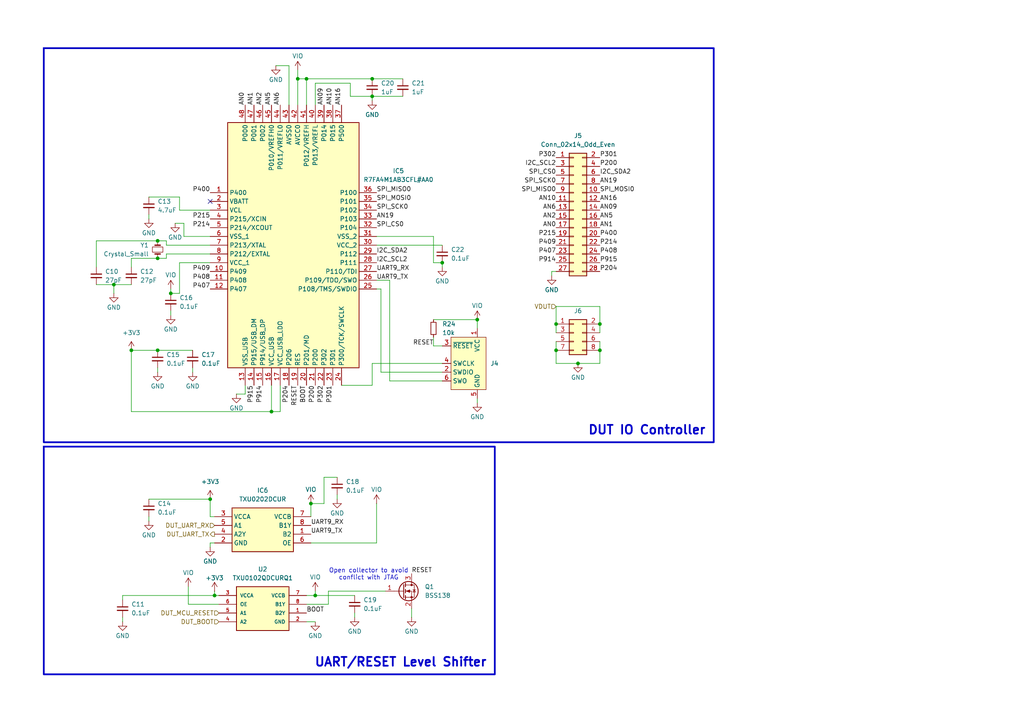
<source format=kicad_sch>
(kicad_sch (version 20250114) (generator "eeschema") (generator_version "9.0")
  (paper "A4")
  (lib_symbols
    (symbol "dut_hub:+3V3" (power) (pin_numbers (hide yes)) (pin_names (offset 0) (hide yes))
      (property "Value" "+3V3" (at 0 3.556 0))
      (symbol "+3V3_0_1"
        (polyline (pts (xy -0.762 1.27) (xy 0 2.54)))
        (polyline (pts (xy 0 2.54) (xy 0.762 1.27)))
        (polyline (pts (xy 0 0) (xy 0 2.54)))
      )
      (symbol "+3V3_1_1"
        (pin power_in line (at 0 0 90) (length 0) (name "~") (number "1"))
      )
    )
    (symbol "dut_hub:BSS138" (pin_names (offset 0) (hide yes))
      (property "Reference" "Q" (at 5.08 1.905 0))
      (property "Value" "BSS138" (at 5.08 0 0))
      (symbol "BSS138_0_1"
        (polyline (pts (xy 0.254 1.905) (xy 0.254 -1.905)) (stroke (width 0.254)))
        (polyline (pts (xy 0.254 0) (xy -2.54 0)))
        (polyline (pts (xy 0.762 2.286) (xy 0.762 1.27)) (stroke (width 0.254)))
        (polyline (pts (xy 0.762 0.508) (xy 0.762 -0.508)) (stroke (width 0.254)))
        (polyline (pts (xy 0.762 -1.27) (xy 0.762 -2.286)) (stroke (width 0.254)))
        (polyline (pts (xy 0.762 -1.778) (xy 3.302 -1.778) (xy 3.302 1.778) (xy 0.762 1.778)))
        (polyline (pts (xy 1.016 0) (xy 2.032 0.381) (xy 2.032 -0.381) (xy 1.016 0)) (fill (type outline)))
        (circle (center 1.651 0) (radius 2.794) (stroke (width 0.254)))
        (polyline (pts (xy 2.54 2.54) (xy 2.54 1.778)))
        (circle (center 2.54 1.778) (radius 0.254) (fill (type outline)))
        (circle (center 2.54 -1.778) (radius 0.254) (fill (type outline)))
        (polyline (pts (xy 2.54 -2.54) (xy 2.54 0) (xy 0.762 0)))
        (polyline (pts (xy 2.921 0.381) (xy 3.683 0.381)))
        (polyline (pts (xy 3.302 0.381) (xy 2.921 -0.254) (xy 3.683 -0.254) (xy 3.302 0.381)))
      )
      (symbol "BSS138_1_1"
        (pin input line (at -5.08 0 0) (length 2.54) (name "G") (number "1"))
        (pin passive line (at 2.54 5.08 270) (length 2.54) (name "D") (number "3"))
        (pin passive line (at 2.54 -5.08 90) (length 2.54) (name "S") (number "2"))
      )
    )
    (symbol "dut_hub:C_Small" (pin_numbers (hide yes)) (pin_names (offset 0.254) (hide yes))
      (property "Reference" "C" (at 0.254 1.778 0))
      (property "Value" "C_Small" (at 0.254 -2.032 0))
      (symbol "C_Small_0_1"
        (polyline (pts (xy -1.524 0.508) (xy 1.524 0.508)) (stroke (width 0.3048)))
        (polyline (pts (xy -1.524 -0.508) (xy 1.524 -0.508)) (stroke (width 0.3302)))
      )
      (symbol "C_Small_1_1"
        (pin passive line (at 0 2.54 270) (length 2.032) (name "~") (number "1"))
        (pin passive line (at 0 -2.54 90) (length 2.032) (name "~") (number "2"))
      )
    )
    (symbol "dut_hub:Conn_02x04_Odd_Even" (pin_names (offset 1.016) (hide yes))
      (property "Reference" "J" (at 1.27 5.08 0))
      (property "Value" "Conn_02x04_Odd_Even" (at 1.27 -7.62 0))
      (symbol "Conn_02x04_Odd_Even_1_1"
        (rectangle (start -1.27 3.81) (end 3.81 -6.35) (stroke (width 0.254)) (fill (type background)))
        (rectangle (start -1.27 2.667) (end 0 2.413) (stroke (width 0.1524)))
        (rectangle (start -1.27 0.127) (end 0 -0.127) (stroke (width 0.1524)))
        (rectangle (start -1.27 -2.413) (end 0 -2.667) (stroke (width 0.1524)))
        (rectangle (start -1.27 -4.953) (end 0 -5.207) (stroke (width 0.1524)))
        (rectangle (start 3.81 2.667) (end 2.54 2.413) (stroke (width 0.1524)))
        (rectangle (start 3.81 0.127) (end 2.54 -0.127) (stroke (width 0.1524)))
        (rectangle (start 3.81 -2.413) (end 2.54 -2.667) (stroke (width 0.1524)))
        (rectangle (start 3.81 -4.953) (end 2.54 -5.207) (stroke (width 0.1524)))
        (pin passive line (at -5.08 2.54 0) (length 3.81) (name "Pin_1") (number "1"))
        (pin passive line (at -5.08 0 0) (length 3.81) (name "Pin_3") (number "3"))
        (pin passive line (at -5.08 -2.54 0) (length 3.81) (name "Pin_5") (number "5"))
        (pin passive line (at -5.08 -5.08 0) (length 3.81) (name "Pin_7") (number "7"))
        (pin passive line (at 7.62 2.54 180) (length 3.81) (name "Pin_2") (number "2"))
        (pin passive line (at 7.62 0 180) (length 3.81) (name "Pin_4") (number "4"))
        (pin passive line (at 7.62 -2.54 180) (length 3.81) (name "Pin_6") (number "6"))
        (pin passive line (at 7.62 -5.08 180) (length 3.81) (name "Pin_8") (number "8"))
      )
    )
    (symbol "dut_hub:Conn_02x14_Odd_Even" (pin_names (offset 1.016) (hide yes))
      (property "Reference" "J" (at 1.27 17.78 0))
      (property "Value" "Conn_02x14_Odd_Even" (at 1.27 -20.32 0))
      (symbol "Conn_02x14_Odd_Even_1_1"
        (rectangle (start -1.27 16.51) (end 3.81 -19.05) (stroke (width 0.254)) (fill (type background)))
        (rectangle (start -1.27 15.367) (end 0 15.113) (stroke (width 0.1524)))
        (rectangle (start -1.27 12.827) (end 0 12.573) (stroke (width 0.1524)))
        (rectangle (start -1.27 10.287) (end 0 10.033) (stroke (width 0.1524)))
        (rectangle (start -1.27 7.747) (end 0 7.493) (stroke (width 0.1524)))
        (rectangle (start -1.27 5.207) (end 0 4.953) (stroke (width 0.1524)))
        (rectangle (start -1.27 2.667) (end 0 2.413) (stroke (width 0.1524)))
        (rectangle (start -1.27 0.127) (end 0 -0.127) (stroke (width 0.1524)))
        (rectangle (start -1.27 -2.413) (end 0 -2.667) (stroke (width 0.1524)))
        (rectangle (start -1.27 -4.953) (end 0 -5.207) (stroke (width 0.1524)))
        (rectangle (start -1.27 -7.493) (end 0 -7.747) (stroke (width 0.1524)))
        (rectangle (start -1.27 -10.033) (end 0 -10.287) (stroke (width 0.1524)))
        (rectangle (start -1.27 -12.573) (end 0 -12.827) (stroke (width 0.1524)))
        (rectangle (start -1.27 -15.113) (end 0 -15.367) (stroke (width 0.1524)))
        (rectangle (start -1.27 -17.653) (end 0 -17.907) (stroke (width 0.1524)))
        (rectangle (start 3.81 15.367) (end 2.54 15.113) (stroke (width 0.1524)))
        (rectangle (start 3.81 12.827) (end 2.54 12.573) (stroke (width 0.1524)))
        (rectangle (start 3.81 10.287) (end 2.54 10.033) (stroke (width 0.1524)))
        (rectangle (start 3.81 7.747) (end 2.54 7.493) (stroke (width 0.1524)))
        (rectangle (start 3.81 5.207) (end 2.54 4.953) (stroke (width 0.1524)))
        (rectangle (start 3.81 2.667) (end 2.54 2.413) (stroke (width 0.1524)))
        (rectangle (start 3.81 0.127) (end 2.54 -0.127) (stroke (width 0.1524)))
        (rectangle (start 3.81 -2.413) (end 2.54 -2.667) (stroke (width 0.1524)))
        (rectangle (start 3.81 -4.953) (end 2.54 -5.207) (stroke (width 0.1524)))
        (rectangle (start 3.81 -7.493) (end 2.54 -7.747) (stroke (width 0.1524)))
        (rectangle (start 3.81 -10.033) (end 2.54 -10.287) (stroke (width 0.1524)))
        (rectangle (start 3.81 -12.573) (end 2.54 -12.827) (stroke (width 0.1524)))
        (rectangle (start 3.81 -15.113) (end 2.54 -15.367) (stroke (width 0.1524)))
        (rectangle (start 3.81 -17.653) (end 2.54 -17.907) (stroke (width 0.1524)))
        (pin passive line (at -5.08 15.24 0) (length 3.81) (name "Pin_1") (number "1"))
        (pin passive line (at -5.08 12.7 0) (length 3.81) (name "Pin_3") (number "3"))
        (pin passive line (at -5.08 10.16 0) (length 3.81) (name "Pin_5") (number "5"))
        (pin passive line (at -5.08 7.62 0) (length 3.81) (name "Pin_7") (number "7"))
        (pin passive line (at -5.08 5.08 0) (length 3.81) (name "Pin_9") (number "9"))
        (pin passive line (at -5.08 2.54 0) (length 3.81) (name "Pin_11") (number "11"))
        (pin passive line (at -5.08 0 0) (length 3.81) (name "Pin_13") (number "13"))
        (pin passive line (at -5.08 -2.54 0) (length 3.81) (name "Pin_15") (number "15"))
        (pin passive line (at -5.08 -5.08 0) (length 3.81) (name "Pin_17") (number "17"))
        (pin passive line (at -5.08 -7.62 0) (length 3.81) (name "Pin_19") (number "19"))
        (pin passive line (at -5.08 -10.16 0) (length 3.81) (name "Pin_21") (number "21"))
        (pin passive line (at -5.08 -12.7 0) (length 3.81) (name "Pin_23") (number "23"))
        (pin passive line (at -5.08 -15.24 0) (length 3.81) (name "Pin_25") (number "25"))
        (pin passive line (at -5.08 -17.78 0) (length 3.81) (name "Pin_27") (number "27"))
        (pin passive line (at 7.62 15.24 180) (length 3.81) (name "Pin_2") (number "2"))
        (pin passive line (at 7.62 12.7 180) (length 3.81) (name "Pin_4") (number "4"))
        (pin passive line (at 7.62 10.16 180) (length 3.81) (name "Pin_6") (number "6"))
        (pin passive line (at 7.62 7.62 180) (length 3.81) (name "Pin_8") (number "8"))
        (pin passive line (at 7.62 5.08 180) (length 3.81) (name "Pin_10") (number "10"))
        (pin passive line (at 7.62 2.54 180) (length 3.81) (name "Pin_12") (number "12"))
        (pin passive line (at 7.62 0 180) (length 3.81) (name "Pin_14") (number "14"))
        (pin passive line (at 7.62 -2.54 180) (length 3.81) (name "Pin_16") (number "16"))
        (pin passive line (at 7.62 -5.08 180) (length 3.81) (name "Pin_18") (number "18"))
        (pin passive line (at 7.62 -7.62 180) (length 3.81) (name "Pin_20") (number "20"))
        (pin passive line (at 7.62 -10.16 180) (length 3.81) (name "Pin_22") (number "22"))
        (pin passive line (at 7.62 -12.7 180) (length 3.81) (name "Pin_24") (number "24"))
        (pin passive line (at 7.62 -15.24 180) (length 3.81) (name "Pin_26") (number "26"))
        (pin passive line (at 7.62 -17.78 180) (length 3.81) (name "Pin_28") (number "28"))
      )
    )
    (symbol "dut_hub:Conn_ARM_SWD_TagConnect_TC2030-NL" (in_bom no)
      (property "Reference" "J" (at 2.54 11.43 0))
      (property "Value" "Conn_ARM_SWD_TagConnect_TC2030-NL" (at 2.54 8.89 0))
      (symbol "Conn_ARM_SWD_TagConnect_TC2030-NL_0_0"
        (pin power_in line (at -2.54 10.16 270) (length 2.54) (name "VCC") (number "1"))
        (pin power_in line (at -2.54 -10.16 90) (length 2.54) (name "GND") (number "5"))
        (pin open_collector line (at 7.62 5.08 180) (length 2.54) (name "~{RESET}") (number "3"))
        (pin output line (at 7.62 0 180) (length 2.54) (name "SWCLK") (number "4"))
        (pin bidirectional line (at 7.62 -2.54 180) (length 2.54) (name "SWDIO") (number "2"))
        (pin input line (at 7.62 -5.08 180) (length 2.54) (name "SWO") (number "6"))
      )
      (symbol "Conn_ARM_SWD_TagConnect_TC2030-NL_0_1"
        (rectangle (start -5.08 7.62) (end 5.08 -7.62) (fill (type background)))
      )
    )
    (symbol "dut_hub:Crystal_Small" (pin_numbers (hide yes)) (pin_names (offset 1.016) (hide yes))
      (property "Reference" "Y" (at 0 2.54 0))
      (property "Value" "Crystal_Small" (at 0 -2.54 0))
      (symbol "Crystal_Small_0_1"
        (polyline (pts (xy -1.27 -0.762) (xy -1.27 0.762)) (stroke (width 0.381)))
        (rectangle (start -0.762 -1.524) (end 0.762 1.524))
        (polyline (pts (xy 1.27 -0.762) (xy 1.27 0.762)) (stroke (width 0.381)))
      )
      (symbol "Crystal_Small_1_1"
        (pin passive line (at -2.54 0 0) (length 1.27) (name "1") (number "1"))
        (pin passive line (at 2.54 0 180) (length 1.27) (name "2") (number "2"))
      )
    )
    (symbol "dut_hub:GND" (power) (pin_numbers (hide yes)) (pin_names (offset 0) (hide yes))
      (property "Value" "GND" (at 0 -3.81 0))
      (symbol "GND_0_1"
        (polyline (pts (xy 0 0) (xy 0 -1.27) (xy 1.27 -1.27) (xy 0 -2.54) (xy -1.27 -1.27) (xy 0 -1.27)))
      )
      (symbol "GND_1_1"
        (pin power_in line (at 0 0 270) (length 0) (name "~") (number "1"))
      )
    )
    (symbol "dut_hub:R7FA4M1AB3CFL#AA0"
      (property "Reference" "IC" (at 44.45 25.4 0))
      (property "Value" "R7FA4M1AB3CFL#AA0" (at 44.45 22.86 0))
      (symbol "R7FA4M1AB3CFL#AA0_1_1"
        (rectangle (start 5.08 20.32) (end 43.18 -50.8) (stroke (width 0.254)) (fill (type background)))
        (pin passive line (at 0 0 0) (length 5.08) (name "P400") (number "1"))
        (pin passive line (at 0 -2.54 0) (length 5.08) (name "VBATT") (number "2"))
        (pin passive line (at 0 -5.08 0) (length 5.08) (name "VCL") (number "3"))
        (pin passive line (at 0 -7.62 0) (length 5.08) (name "P215/XCIN") (number "4"))
        (pin passive line (at 0 -10.16 0) (length 5.08) (name "P214/XCOUT") (number "5"))
        (pin passive line (at 0 -12.7 0) (length 5.08) (name "VSS_1") (number "6"))
        (pin passive line (at 0 -15.24 0) (length 5.08) (name "P213/XTAL") (number "7"))
        (pin passive line (at 0 -17.78 0) (length 5.08) (name "P212/EXTAL") (number "8"))
        (pin passive line (at 0 -20.32 0) (length 5.08) (name "VCC_1") (number "9"))
        (pin passive line (at 0 -22.86 0) (length 5.08) (name "P409") (number "10"))
        (pin passive line (at 0 -25.4 0) (length 5.08) (name "P408") (number "11"))
        (pin passive line (at 0 -27.94 0) (length 5.08) (name "P407") (number "12"))
        (pin passive line (at 10.16 25.4 270) (length 5.08) (name "P000") (number "48"))
        (pin passive line (at 10.16 -55.88 90) (length 5.08) (name "VSS_USB") (number "13"))
        (pin passive line (at 12.7 25.4 270) (length 5.08) (name "P001") (number "47"))
        (pin passive line (at 12.7 -55.88 90) (length 5.08) (name "P915/USB_DM") (number "14"))
        (pin passive line (at 15.24 25.4 270) (length 5.08) (name "P002") (number "46"))
        (pin passive line (at 15.24 -55.88 90) (length 5.08) (name "P914/USB_DP") (number "15"))
        (pin passive line (at 17.78 25.4 270) (length 5.08) (name "P010/VREFH0") (number "45"))
        (pin passive line (at 17.78 -55.88 90) (length 5.08) (name "VCC_USB") (number "16"))
        (pin passive line (at 20.32 25.4 270) (length 5.08) (name "P011/VREFL0") (number "44"))
        (pin passive line (at 20.32 -55.88 90) (length 5.08) (name "VCC_USB_LDO") (number "17"))
        (pin passive line (at 22.86 25.4 270) (length 5.08) (name "AVSS0") (number "43"))
        (pin passive line (at 22.86 -55.88 90) (length 5.08) (name "P206") (number "18"))
        (pin passive line (at 25.4 25.4 270) (length 5.08) (name "AVCC0") (number "42"))
        (pin passive line (at 25.4 -55.88 90) (length 5.08) (name "RES") (number "19"))
        (pin passive line (at 27.94 25.4 270) (length 5.08) (name "P012/VREFH") (number "41"))
        (pin passive line (at 27.94 -55.88 90) (length 5.08) (name "P201/MD") (number "20"))
        (pin passive line (at 30.48 25.4 270) (length 5.08) (name "P013/VREFL") (number "40"))
        (pin passive line (at 30.48 -55.88 90) (length 5.08) (name "P200") (number "21"))
        (pin passive line (at 33.02 25.4 270) (length 5.08) (name "P014") (number "39"))
        (pin passive line (at 33.02 -55.88 90) (length 5.08) (name "P302") (number "22"))
        (pin passive line (at 35.56 25.4 270) (length 5.08) (name "P015") (number "38"))
        (pin passive line (at 35.56 -55.88 90) (length 5.08) (name "P301") (number "23"))
        (pin passive line (at 38.1 25.4 270) (length 5.08) (name "P500") (number "37"))
        (pin passive line (at 38.1 -55.88 90) (length 5.08) (name "P300/TCK/SWCLK") (number "24"))
        (pin passive line (at 48.26 0 180) (length 5.08) (name "P100") (number "36"))
        (pin passive line (at 48.26 -2.54 180) (length 5.08) (name "P101") (number "35"))
        (pin passive line (at 48.26 -5.08 180) (length 5.08) (name "P102") (number "34"))
        (pin passive line (at 48.26 -7.62 180) (length 5.08) (name "P103") (number "33"))
        (pin passive line (at 48.26 -10.16 180) (length 5.08) (name "P104") (number "32"))
        (pin passive line (at 48.26 -12.7 180) (length 5.08) (name "VSS_2") (number "31"))
        (pin passive line (at 48.26 -15.24 180) (length 5.08) (name "VCC_2") (number "30"))
        (pin passive line (at 48.26 -17.78 180) (length 5.08) (name "P112") (number "29"))
        (pin passive line (at 48.26 -20.32 180) (length 5.08) (name "P111") (number "28"))
        (pin passive line (at 48.26 -22.86 180) (length 5.08) (name "P110/TDI") (number "27"))
        (pin passive line (at 48.26 -25.4 180) (length 5.08) (name "P109/TDO/SWO") (number "26"))
        (pin passive line (at 48.26 -27.94 180) (length 5.08) (name "P108/TMS/SWDIO") (number "25"))
      )
    )
    (symbol "dut_hub:R_Small" (pin_numbers (hide yes)) (pin_names (offset 0.254) (hide yes))
      (property "Reference" "R" (at 0 0 90))
      (property "Value" "R_Small" (at 1.778 0 90))
      (symbol "R_Small_0_1"
        (rectangle (start -0.762 1.778) (end 0.762 -1.778) (stroke (width 0.2032)))
      )
      (symbol "R_Small_1_1"
        (pin passive line (at 0 2.54 270) (length 0.762) (name "~") (number "1"))
        (pin passive line (at 0 -2.54 90) (length 0.762) (name "~") (number "2"))
      )
    )
    (symbol "dut_hub:TXU0102QDCURQ1" (pin_names (offset 1.016))
      (property "Reference" "U" (at -7.62 13.462 0))
      (property "Value" "TXU0102QDCURQ1" (at -7.62 -2.54 0))
      (symbol "TXU0102QDCURQ1_0_0"
        (rectangle (start -7.62 12.7) (end 7.62 0) (stroke (width 0.254)) (fill (type background)))
        (pin power_in line (at -12.7 10.16 0) (length 5.08) (name "VCCA") (number "3"))
        (pin input line (at -12.7 7.62 0) (length 5.08) (name "OE") (number "6"))
        (pin input line (at -12.7 5.08 0) (length 5.08) (name "A1") (number "5"))
        (pin input line (at -12.7 2.54 0) (length 5.08) (name "A2") (number "4"))
        (pin power_in line (at 12.7 10.16 180) (length 5.08) (name "VCCB") (number "7"))
        (pin output line (at 12.7 7.62 180) (length 5.08) (name "B1Y") (number "8"))
        (pin output line (at 12.7 5.08 180) (length 5.08) (name "B2Y") (number "1"))
        (pin power_in line (at 12.7 2.54 180) (length 5.08) (name "GND") (number "2"))
      )
    )
    (symbol "dut_hub:TXU0202DCUR"
      (property "Reference" "IC" (at 6.858 8.128 0))
      (property "Value" "TXU0202DCUR" (at 6.858 5.588 0))
      (symbol "TXU0202DCUR_1_1"
        (rectangle (start 5.08 2.54) (end 22.86 -10.16) (stroke (width 0.254)) (fill (type background)))
        (pin power_in line (at 0 0 0) (length 5.08) (name "VCCA") (number "3"))
        (pin input line (at 0 -2.54 0) (length 5.08) (name "A1") (number "5"))
        (pin output line (at 0 -5.08 0) (length 5.08) (name "A2Y") (number "4"))
        (pin power_in line (at 0 -7.62 0) (length 5.08) (name "GND") (number "2"))
        (pin power_in line (at 27.94 0 180) (length 5.08) (name "VCCB") (number "7"))
        (pin output line (at 27.94 -2.54 180) (length 5.08) (name "B1Y") (number "8"))
        (pin input line (at 27.94 -5.08 180) (length 5.08) (name "B2") (number "1"))
        (pin input line (at 27.94 -7.62 180) (length 5.08) (name "OE") (number "6"))
      )
    )
    (symbol "dut_hub:VDC" (power) (pin_numbers (hide yes)) (pin_names (offset 0) (hide yes))
      (property "Value" "VDC" (at 0 3.556 0))
      (symbol "VDC_0_1"
        (polyline (pts (xy -0.762 1.27) (xy 0 2.54)))
        (polyline (pts (xy 0 2.54) (xy 0.762 1.27)))
        (polyline (pts (xy 0 0) (xy 0 2.54)))
      )
      (symbol "VDC_1_1"
        (pin power_in line (at 0 0 90) (length 0) (name "~") (number "1"))
      )
    )
  )
  (text "Open collector to avoid\nconflict with JTAG" (at 106.934 166.624 0) (effects (font (size 1.27 1.27))))
  (text_box "DUT IO Controller" (at 12.7 13.97 0) (size 194.31 114.3) (margins 2.159 2.159 2.159 2.159) (stroke (width 0.508)) (effects (font (size 2.54 2.54) (thickness 0.508) (bold yes)) (justify right bottom)))
  (text_box "UART/RESET Level Shifter" (at 12.7 129.54 0) (size 130.81 66.04) (margins 2.159 2.159 2.159 2.159) (stroke (width 0.508)) (effects (font (size 2.54 2.54) (thickness 0.508) (bold yes)) (justify right bottom)))
  (junction (at 173.99 101.6))
  (junction (at 78.74 119.38))
  (junction (at 33.02 82.55))
  (junction (at 91.44 172.72))
  (junction (at 138.43 92.71))
  (junction (at 107.95 27.94))
  (junction (at 45.72 69.85))
  (junction (at 90.17 146.05))
  (junction (at 38.1 101.6))
  (junction (at 167.64 105.41))
  (junction (at 45.72 101.6))
  (junction (at 107.95 22.86))
  (junction (at 62.23 172.72))
  (junction (at 60.96 144.78))
  (junction (at 161.29 93.98))
  (junction (at 161.29 101.6))
  (junction (at 45.72 74.93))
  (junction (at 128.27 76.2))
  (junction (at 49.53 85.09))
  (junction (at 173.99 93.98))
  (junction (at 86.36 22.86))
  (junction (at 88.9 22.86))
  (no_connect (at 60.96 58.42))
  (wire (pts (xy 35.56 172.72) (xy 35.56 173.99)))
  (wire (pts (xy 173.99 93.98) (xy 173.99 96.52)))
  (wire (pts (xy 62.23 157.48) (xy 60.96 157.48)))
  (wire (pts (xy 91.44 172.72) (xy 91.44 171.45)))
  (wire (pts (xy 95.25 175.26) (xy 88.9 175.26)))
  (wire (pts (xy 86.36 20.32) (xy 86.36 22.86)))
  (wire (pts (xy 102.87 177.8) (xy 102.87 179.07)))
  (wire (pts (xy 43.18 62.23) (xy 43.18 63.5)))
  (wire (pts (xy 173.99 101.6) (xy 173.99 105.41)))
  (wire (pts (xy 33.02 82.55) (xy 33.02 85.09)))
  (wire (pts (xy 49.53 83.82) (xy 49.53 85.09)))
  (wire (pts (xy 60.96 76.2) (xy 52.07 76.2)))
  (wire (pts (xy 138.43 92.71) (xy 138.43 95.25)))
  (wire (pts (xy 53.34 64.77) (xy 50.8 64.77)))
  (wire (pts (xy 91.44 172.72) (xy 102.87 172.72)))
  (wire (pts (xy 60.96 60.96) (xy 52.07 60.96)))
  (wire (pts (xy 88.9 22.86) (xy 107.95 22.86)))
  (wire (pts (xy 38.1 119.38) (xy 78.74 119.38)))
  (wire (pts (xy 97.79 138.43) (xy 93.98 138.43)))
  (wire (pts (xy 38.1 101.6) (xy 38.1 119.38)))
  (wire (pts (xy 53.34 68.58) (xy 53.34 64.77)))
  (wire (pts (xy 101.6 24.13) (xy 101.6 27.94)))
  (wire (pts (xy 45.72 74.93) (xy 38.1 74.93)))
  (wire (pts (xy 95.25 171.45) (xy 95.25 175.26)))
  (wire (pts (xy 86.36 22.86) (xy 88.9 22.86)))
  (wire (pts (xy 161.29 96.52) (xy 161.29 93.98)))
  (wire (pts (xy 62.23 171.45) (xy 62.23 172.72)))
  (wire (pts (xy 71.12 111.76) (xy 71.12 114.3)))
  (wire (pts (xy 91.44 24.13) (xy 101.6 24.13)))
  (wire (pts (xy 161.29 88.9) (xy 173.99 88.9)))
  (wire (pts (xy 109.22 81.28) (xy 113.03 81.28)))
  (wire (pts (xy 33.02 82.55) (xy 38.1 82.55)))
  (wire (pts (xy 52.07 76.2) (xy 52.07 85.09)))
  (wire (pts (xy 38.1 101.6) (xy 45.72 101.6)))
  (wire (pts (xy 93.98 146.05) (xy 90.17 146.05)))
  (wire (pts (xy 161.29 99.06) (xy 161.29 101.6)))
  (wire (pts (xy 97.79 143.51) (xy 97.79 144.78)))
  (wire (pts (xy 48.26 69.85) (xy 48.26 71.12)))
  (wire (pts (xy 161.29 78.74) (xy 160.02 78.74)))
  (wire (pts (xy 38.1 74.93) (xy 38.1 77.47)))
  (wire (pts (xy 60.96 144.78) (xy 60.96 149.86)))
  (wire (pts (xy 43.18 144.78) (xy 60.96 144.78)))
  (wire (pts (xy 48.26 71.12) (xy 60.96 71.12)))
  (wire (pts (xy 125.73 68.58) (xy 125.73 76.2)))
  (wire (pts (xy 88.9 172.72) (xy 91.44 172.72)))
  (wire (pts (xy 48.26 74.93) (xy 45.72 74.93)))
  (wire (pts (xy 113.03 110.49) (xy 128.27 110.49)))
  (wire (pts (xy 161.29 101.6) (xy 161.29 105.41)))
  (wire (pts (xy 83.82 19.05) (xy 83.82 30.48)))
  (wire (pts (xy 45.72 106.68) (xy 45.72 107.95)))
  (wire (pts (xy 71.12 114.3) (xy 68.58 114.3)))
  (wire (pts (xy 78.74 119.38) (xy 81.28 119.38)))
  (wire (pts (xy 35.56 179.07) (xy 35.56 180.34)))
  (wire (pts (xy 107.95 22.86) (xy 116.84 22.86)))
  (wire (pts (xy 45.72 69.85) (xy 27.94 69.85)))
  (wire (pts (xy 109.22 68.58) (xy 125.73 68.58)))
  (wire (pts (xy 81.28 111.76) (xy 81.28 119.38)))
  (wire (pts (xy 91.44 30.48) (xy 91.44 24.13)))
  (wire (pts (xy 109.22 146.05) (xy 109.22 157.48)))
  (wire (pts (xy 173.99 105.41) (xy 167.64 105.41)))
  (wire (pts (xy 128.27 105.41) (xy 107.95 105.41)))
  (wire (pts (xy 54.61 175.26) (xy 54.61 170.18)))
  (wire (pts (xy 125.73 76.2) (xy 128.27 76.2)))
  (wire (pts (xy 52.07 57.15) (xy 43.18 57.15)))
  (wire (pts (xy 49.53 90.17) (xy 49.53 91.44)))
  (wire (pts (xy 48.26 73.66) (xy 48.26 74.93)))
  (wire (pts (xy 45.72 69.85) (xy 48.26 69.85)))
  (wire (pts (xy 128.27 107.95) (xy 110.49 107.95)))
  (wire (pts (xy 27.94 69.85) (xy 27.94 77.47)))
  (wire (pts (xy 27.94 82.55) (xy 33.02 82.55)))
  (wire (pts (xy 110.49 83.82) (xy 109.22 83.82)))
  (wire (pts (xy 45.72 101.6) (xy 55.88 101.6)))
  (wire (pts (xy 60.96 157.48) (xy 60.96 158.75)))
  (wire (pts (xy 63.5 172.72) (xy 62.23 172.72)))
  (wire (pts (xy 161.29 93.98) (xy 161.29 88.9)))
  (wire (pts (xy 107.95 27.94) (xy 116.84 27.94)))
  (wire (pts (xy 125.73 100.33) (xy 125.73 97.79)))
  (wire (pts (xy 62.23 149.86) (xy 60.96 149.86)))
  (wire (pts (xy 52.07 60.96) (xy 52.07 57.15)))
  (wire (pts (xy 60.96 73.66) (xy 48.26 73.66)))
  (wire (pts (xy 93.98 138.43) (xy 93.98 146.05)))
  (wire (pts (xy 88.9 22.86) (xy 88.9 30.48)))
  (wire (pts (xy 160.02 78.74) (xy 160.02 80.01)))
  (wire (pts (xy 78.74 119.38) (xy 78.74 111.76)))
  (wire (pts (xy 125.73 92.71) (xy 138.43 92.71)))
  (wire (pts (xy 90.17 149.86) (xy 90.17 146.05)))
  (wire (pts (xy 43.18 149.86) (xy 43.18 151.13)))
  (wire (pts (xy 80.01 19.05) (xy 83.82 19.05)))
  (wire (pts (xy 86.36 22.86) (xy 86.36 30.48)))
  (wire (pts (xy 113.03 81.28) (xy 113.03 110.49)))
  (wire (pts (xy 109.22 71.12) (xy 128.27 71.12)))
  (wire (pts (xy 52.07 85.09) (xy 49.53 85.09)))
  (wire (pts (xy 107.95 27.94) (xy 107.95 29.21)))
  (wire (pts (xy 119.38 176.53) (xy 119.38 179.07)))
  (wire (pts (xy 107.95 111.76) (xy 99.06 111.76)))
  (wire (pts (xy 128.27 76.2) (xy 128.27 77.47)))
  (wire (pts (xy 173.99 88.9) (xy 173.99 93.98)))
  (wire (pts (xy 101.6 27.94) (xy 107.95 27.94)))
  (wire (pts (xy 111.76 171.45) (xy 95.25 171.45)))
  (wire (pts (xy 62.23 172.72) (xy 35.56 172.72)))
  (wire (pts (xy 88.9 180.34) (xy 91.44 180.34)))
  (wire (pts (xy 60.96 68.58) (xy 53.34 68.58)))
  (wire (pts (xy 55.88 106.68) (xy 55.88 107.95)))
  (wire (pts (xy 128.27 100.33) (xy 125.73 100.33)))
  (wire (pts (xy 110.49 83.82) (xy 110.49 107.95)))
  (wire (pts (xy 138.43 115.57) (xy 138.43 116.84)))
  (wire (pts (xy 107.95 105.41) (xy 107.95 111.76)))
  (wire (pts (xy 161.29 105.41) (xy 167.64 105.41)))
  (wire (pts (xy 90.17 157.48) (xy 109.22 157.48)))
  (wire (pts (xy 173.99 99.06) (xy 173.99 101.6)))
  (wire (pts (xy 63.5 175.26) (xy 54.61 175.26)))
  (label "P204" (at 173.99 78.74 0))
  (label "P915" (at 173.99 76.2 0))
  (label "P915" (at 73.66 111.76 270))
  (label "P409" (at 60.96 78.74 180))
  (label "AN6" (at 81.28 30.48 90))
  (label "P400" (at 60.96 55.88 180))
  (label "I2C_SDA2" (at 173.99 50.8 0))
  (label "AN2" (at 161.29 63.5 180))
  (label "RESET" (at 125.73 100.33 180))
  (label "AN09" (at 173.99 60.96 0))
  (label "P400" (at 173.99 68.58 0))
  (label "SPI_CS0" (at 109.22 66.04 0))
  (label "AN16" (at 173.99 58.42 0))
  (label "P914" (at 161.29 76.2 180))
  (label "UART9_TX" (at 90.17 154.94 0))
  (label "SPI_MISO0" (at 161.29 55.88 180))
  (label "SPI_SCK0" (at 161.29 53.34 180))
  (label "SPI_SCK0" (at 109.22 60.96 0))
  (label "P215" (at 60.96 63.5 180))
  (label "AN09" (at 93.98 30.48 90))
  (label "I2C_SCL2" (at 161.29 48.26 180))
  (label "AN16" (at 99.06 30.48 90))
  (label "UART9_RX" (at 90.17 152.4 0))
  (label "BOOT" (at 88.9 111.76 270) (effects (font (thickness 0.1588))))
  (label "RESET" (at 119.38 166.37 0))
  (label "AN10" (at 161.29 58.42 180))
  (label "BOOT" (at 88.9 177.8 0) (effects (font (thickness 0.1588))))
  (label "P301" (at 173.99 45.72 0))
  (label "RESET" (at 86.36 111.76 270))
  (label "AN0" (at 71.12 30.48 90))
  (label "UART9_RX" (at 109.22 78.74 0))
  (label "AN1" (at 173.99 66.04 0))
  (label "AN19" (at 109.22 63.5 0))
  (label "SPI_MISO0" (at 109.22 55.88 0))
  (label "SPI_MOSI0" (at 109.22 58.42 0))
  (label "AN0" (at 161.29 66.04 180))
  (label "P200" (at 173.99 48.26 0))
  (label "P407" (at 161.29 73.66 180))
  (label "I2C_SCL2" (at 109.22 76.2 0))
  (label "AN6" (at 161.29 60.96 180))
  (label "AN10" (at 96.52 30.48 90))
  (label "P914" (at 76.2 111.76 270))
  (label "P200" (at 91.44 111.76 270))
  (label "AN5" (at 173.99 63.5 0))
  (label "SPI_CS0" (at 161.29 50.8 180))
  (label "P408" (at 60.96 81.28 180))
  (label "P409" (at 161.29 71.12 180))
  (label "P215" (at 161.29 68.58 180))
  (label "P214" (at 173.99 71.12 0))
  (label "AN1" (at 73.66 30.48 90))
  (label "P302" (at 161.29 45.72 180))
  (label "P301" (at 96.52 111.76 270))
  (label "P407" (at 60.96 83.82 180))
  (label "AN19" (at 173.99 53.34 0))
  (label "SPI_MOSI0" (at 173.99 55.88 0))
  (label "P214" (at 60.96 66.04 180))
  (label "P408" (at 173.99 73.66 0))
  (label "P302" (at 93.98 111.76 270))
  (label "AN2" (at 76.2 30.48 90))
  (label "UART9_TX" (at 109.22 81.28 0))
  (label "I2C_SDA2" (at 109.22 73.66 0))
  (label "AN5" (at 78.74 30.48 90))
  (label "P204" (at 83.82 111.76 270))
  (hierarchical_label "DUT_UART_RX" (shape input) (at 62.23 152.4 180))
  (hierarchical_label "DUT_BOOT" (shape input) (at 63.5 180.34 180))
  (hierarchical_label "DUT_MCU_RESET" (shape input) (at 63.5 177.8 180))
  (hierarchical_label "DUT_UART_TX" (shape output) (at 62.23 154.94 180))
  (hierarchical_label "VDUT" (shape input) (at 161.29 88.9 180))
  (symbol (lib_id "dut_hub:GND") (at 68.58 114.3 0) (unit 1)
    (property "Reference" "#PWR051" (effects (hide yes)))
    (property "Value" "GND" (at 68.58 118.364 0))
    (property "Description" "Power symbol creates a global label with name \"GND\" , ground" (effects (hide yes)))
    (instances (project "dut_hub" (path "" (reference "#PWR051") (unit 1)) (path "" (reference "#PWR0113") (unit 1)) (path "" (reference "#PWR0144") (unit 1)) (path "" (reference "#PWR082") (unit 1))))
  )
  (symbol (lib_id "dut_hub:GND") (at 167.64 105.41 0) (unit 1)
    (property "Reference" "#PWR067" (effects (hide yes)))
    (property "Value" "GND" (at 167.64 109.474 0))
    (property "Description" "Power symbol creates a global label with name \"GND\" , ground" (effects (hide yes)))
    (instances (project "dut_hub" (path "" (reference "#PWR067") (unit 1)) (path "" (reference "#PWR0129") (unit 1)) (path "" (reference "#PWR0160") (unit 1)) (path "" (reference "#PWR098") (unit 1))))
  )
  (symbol (lib_id "dut_hub:GND") (at 97.79 144.78 0) (unit 1)
    (property "Reference" "#PWR057" (effects (hide yes)))
    (property "Value" "GND" (at 97.79 148.844 0))
    (property "Description" "Power symbol creates a global label with name \"GND\" , ground" (effects (hide yes)))
    (instances (project "dut_hub" (path "" (reference "#PWR057") (unit 1)) (path "" (reference "#PWR0119") (unit 1)) (path "" (reference "#PWR0150") (unit 1)) (path "" (reference "#PWR088") (unit 1))))
  )
  (symbol (lib_id "dut_hub:GND") (at 55.88 107.95 0) (unit 1)
    (property "Reference" "#PWR047" (effects (hide yes)))
    (property "Value" "GND" (at 55.88 112.014 0))
    (property "Description" "Power symbol creates a global label with name \"GND\" , ground" (effects (hide yes)))
    (instances (project "dut_hub" (path "" (reference "#PWR047") (unit 1)) (path "" (reference "#PWR0109") (unit 1)) (path "" (reference "#PWR0140") (unit 1)) (path "" (reference "#PWR078") (unit 1))))
  )
  (symbol (lib_id "dut_hub:GND") (at 107.95 29.21 0) (unit 1)
    (property "Reference" "#PWR059" (effects (hide yes)))
    (property "Value" "GND" (at 107.95 33.274 0))
    (property "Description" "Power symbol creates a global label with name \"GND\" , ground" (effects (hide yes)))
    (instances (project "dut_hub" (path "" (reference "#PWR059") (unit 1)) (path "" (reference "#PWR0121") (unit 1)) (path "" (reference "#PWR0152") (unit 1)) (path "" (reference "#PWR090") (unit 1))))
  )
  (symbol (lib_id "dut_hub:VDC") (at 138.43 92.71 0) (unit 1)
    (property "Reference" "#PWR063" (effects (hide yes)))
    (property "Value" "VIO" (at 138.43 88.646 0))
    (property "Description" "Power symbol creates a global label with name \"VDC\"" (effects (hide yes)))
    (instances (project "dut_hub" (path "" (reference "#PWR063") (unit 1)) (path "" (reference "#PWR0125") (unit 1)) (path "" (reference "#PWR0156") (unit 1)) (path "" (reference "#PWR094") (unit 1))))
  )
  (symbol (lib_id "dut_hub:GND") (at 80.01 19.05 0) (unit 1)
    (property "Reference" "#PWR052" (effects (hide yes)))
    (property "Value" "GND" (at 80.01 23.114 0))
    (property "Description" "Power symbol creates a global label with name \"GND\" , ground" (effects (hide yes)))
    (instances (project "dut_hub" (path "" (reference "#PWR052") (unit 1)) (path "" (reference "#PWR0114") (unit 1)) (path "" (reference "#PWR0145") (unit 1)) (path "" (reference "#PWR083") (unit 1))))
  )
  (symbol (lib_id "dut_hub:Conn_02x04_Odd_Even") (at 166.37 96.52 0) (unit 1)
    (property "Reference" "J6" (at 167.64 90.17 0))
    (property "Value" "Conn_02x04_Odd_Even" (effects (hide yes)))
    (property "Footprint" "Connector_PinHeader_2.54mm:PinHeader_2x04_P2.54mm_Vertical" (effects (hide yes)))
    (property "Description" "Generic connector, double row, 02x04, odd/even pin numbering scheme (row 1 odd numbers, row 2 even numbers), script generated (kicad-library-utils/schlib/autogen/connector/)" (effects (hide yes)))
    (instances (project "dut_hub" (path "" (reference "J6") (unit 1)) (path "" (reference "J12") (unit 1)) (path "" (reference "J15") (unit 1)) (path "" (reference "J9") (unit 1))))
  )
  (symbol (lib_id "dut_hub:GND") (at 50.8 64.77 0) (unit 1)
    (property "Reference" "#PWR045" (effects (hide yes)))
    (property "Value" "GND" (at 50.8 68.834 0))
    (property "Description" "Power symbol creates a global label with name \"GND\" , ground" (effects (hide yes)))
    (instances (project "dut_hub" (path "" (reference "#PWR045") (unit 1)) (path "" (reference "#PWR0107") (unit 1)) (path "" (reference "#PWR0138") (unit 1)) (path "" (reference "#PWR076") (unit 1))))
  )
  (symbol (lib_id "dut_hub:TXU0102QDCURQ1") (at 76.2 182.88 0) (unit 1)
    (property "Reference" "U2" (at 76.2 165.1 0))
    (property "Value" "TXU0102QDCURQ1" (at 76.2 167.64 0))
    (property "Footprint" "dut_hub:SOP50P310X90-8N" (effects (hide yes)))
    (property "MF" "Texas Instruments" (effects (hide yes)))
    (property "MAXIMUM_PACKAGE_HEIGHT" "0.9mm" (effects (hide yes)))
    (property "Package" "None" (effects (hide yes)))
    (property "Price" "None" (effects (hide yes)))
    (property "Check_prices" "https://www.snapeda.com/parts/TXU0102QDCURQ1/Texas+Instruments/view-part/?ref=eda" (effects (hide yes)))
    (property "STANDARD" "IPC-7351B" (effects (hide yes)))
    (property "PARTREV" "August 2022" (effects (hide yes)))
    (property "SnapEDA_Link" "https://www.snapeda.com/parts/TXU0102QDCURQ1/Texas+Instruments/view-part/?ref=snap" (effects (hide yes)))
    (property "MP" "TXU0102QDCURQ1" (effects (hide yes)))
    (property "Description_1" "\n                        \n                            Automotive two-channel fixed-direction level shifter with channels in same direction\n                        \n" (effects (hide yes)))
    (property "Availability" "In Stock" (effects (hide yes)))
    (property "MANUFACTURER" "Texas Instruments" (effects (hide yes)))
    (instances (project "dut_hub" (path "" (reference "U2") (unit 1)) (path "" (reference "U4") (unit 1)) (path "" (reference "U5") (unit 1)) (path "" (reference "U3") (unit 1))))
  )
  (symbol (lib_id "dut_hub:C_Small") (at 128.27 73.66 0) (unit 1)
    (property "Reference" "C22" (at 130.81 72.3962 0) (effects (justify left)))
    (property "Value" "0.1uF" (at 130.81 74.9362 0) (effects (justify left)))
    (property "Footprint" "Capacitor_SMD:C_0603_1608Metric" (effects (hide yes)))
    (property "Description" "Unpolarized capacitor, small symbol" (effects (hide yes)))
    (instances (project "dut_hub" (path "" (reference "C22") (unit 1)) (path "" (reference "C48") (unit 1)) (path "" (reference "C61") (unit 1)) (path "" (reference "C35") (unit 1))))
  )
  (symbol (lib_id "dut_hub:Crystal_Small") (at 45.72 72.39 270) (mirror x) (unit 1)
    (property "Reference" "Y1" (at 43.18 71.1199 90) (effects (justify right)))
    (property "Value" "Crystal_Small" (at 43.18 73.6599 90) (effects (justify right)))
    (property "Footprint" "Crystal:Crystal_SMD_Abracon_ABM3-2Pin_5.0x3.2mm" (effects (hide yes)))
    (property "Description" "Two pin crystal, small symbol" (effects (hide yes)))
    (instances (project "dut_hub" (path "" (reference "Y1") (unit 1)) (path "" (reference "Y3") (unit 1)) (path "" (reference "Y4") (unit 1)) (path "" (reference "Y2") (unit 1))))
  )
  (symbol (lib_id "dut_hub:C_Small") (at 45.72 104.14 0) (unit 1)
    (property "Reference" "C15" (at 48.26 102.8762 0) (effects (justify left)))
    (property "Value" "0.1uF" (at 48.26 105.4162 0) (effects (justify left)))
    (property "Footprint" "Capacitor_SMD:C_0603_1608Metric" (effects (hide yes)))
    (property "Description" "Unpolarized capacitor, small symbol" (effects (hide yes)))
    (instances (project "dut_hub" (path "" (reference "C15") (unit 1)) (path "" (reference "C41") (unit 1)) (path "" (reference "C54") (unit 1)) (path "" (reference "C28") (unit 1))))
  )
  (symbol (lib_id "dut_hub:C_Small") (at 55.88 104.14 0) (unit 1)
    (property "Reference" "C17" (at 58.42 102.8762 0) (effects (justify left)))
    (property "Value" "0.1uF" (at 58.42 105.4162 0) (effects (justify left)))
    (property "Footprint" "Capacitor_SMD:C_0603_1608Metric" (effects (hide yes)))
    (property "Description" "Unpolarized capacitor, small symbol" (effects (hide yes)))
    (instances (project "dut_hub" (path "" (reference "C17") (unit 1)) (path "" (reference "C43") (unit 1)) (path "" (reference "C56") (unit 1)) (path "" (reference "C30") (unit 1))))
  )
  (symbol (lib_id "dut_hub:+3V3") (at 62.23 171.45 0) (unit 1)
    (property "Reference" "#PWR050" (effects (hide yes)))
    (property "Value" "+3V3" (at 62.23 167.64 0))
    (property "Description" "Power symbol creates a global label with name \"+3V3\"" (effects (hide yes)))
    (instances (project "dut_hub" (path "" (reference "#PWR050") (unit 1)) (path "" (reference "#PWR0112") (unit 1)) (path "" (reference "#PWR0143") (unit 1)) (path "" (reference "#PWR081") (unit 1))))
  )
  (symbol (lib_id "dut_hub:C_Small") (at 116.84 25.4 0) (unit 1)
    (property "Reference" "C21" (at 119.38 24.1362 0) (effects (justify left)))
    (property "Value" "1uF" (at 119.38 26.6762 0) (effects (justify left)))
    (property "Footprint" "Capacitor_SMD:C_0603_1608Metric" (effects (hide yes)))
    (property "Description" "Unpolarized capacitor, small symbol" (effects (hide yes)))
    (instances (project "dut_hub" (path "" (reference "C21") (unit 1)) (path "" (reference "C47") (unit 1)) (path "" (reference "C60") (unit 1)) (path "" (reference "C34") (unit 1))))
  )
  (symbol (lib_id "dut_hub:GND") (at 160.02 80.01 0) (unit 1)
    (property "Reference" "#PWR065" (effects (hide yes)))
    (property "Value" "GND" (at 160.02 84.074 0))
    (property "Description" "Power symbol creates a global label with name \"GND\" , ground" (effects (hide yes)))
    (instances (project "dut_hub" (path "" (reference "#PWR065") (unit 1)) (path "" (reference "#PWR0127") (unit 1)) (path "" (reference "#PWR0158") (unit 1)) (path "" (reference "#PWR096") (unit 1))))
  )
  (symbol (lib_id "dut_hub:GND") (at 60.96 158.75 0) (unit 1)
    (property "Reference" "#PWR049" (effects (hide yes)))
    (property "Value" "GND" (at 60.96 162.814 0))
    (property "Description" "Power symbol creates a global label with name \"GND\" , ground" (effects (hide yes)))
    (instances (project "dut_hub" (path "" (reference "#PWR049") (unit 1)) (path "" (reference "#PWR0111") (unit 1)) (path "" (reference "#PWR0142") (unit 1)) (path "" (reference "#PWR080") (unit 1))))
  )
  (symbol (lib_id "dut_hub:GND") (at 49.53 91.44 0) (unit 1)
    (property "Reference" "#PWR044" (effects (hide yes)))
    (property "Value" "GND" (at 49.53 95.504 0))
    (property "Description" "Power symbol creates a global label with name \"GND\" , ground" (effects (hide yes)))
    (instances (project "dut_hub" (path "" (reference "#PWR044") (unit 1)) (path "" (reference "#PWR0106") (unit 1)) (path "" (reference "#PWR0137") (unit 1)) (path "" (reference "#PWR075") (unit 1))))
  )
  (symbol (lib_id "dut_hub:GND") (at 43.18 63.5 0) (unit 1)
    (property "Reference" "#PWR040" (effects (hide yes)))
    (property "Value" "GND" (at 43.18 67.564 0))
    (property "Description" "Power symbol creates a global label with name \"GND\" , ground" (effects (hide yes)))
    (instances (project "dut_hub" (path "" (reference "#PWR040") (unit 1)) (path "" (reference "#PWR0102") (unit 1)) (path "" (reference "#PWR0133") (unit 1)) (path "" (reference "#PWR071") (unit 1))))
  )
  (symbol (lib_id "dut_hub:VDC") (at 109.22 146.05 0) (unit 1)
    (property "Reference" "#PWR060" (effects (hide yes)))
    (property "Value" "VIO" (at 109.22 141.986 0))
    (property "Description" "Power symbol creates a global label with name \"VDC\"" (effects (hide yes)))
    (instances (project "dut_hub" (path "" (reference "#PWR060") (unit 1)) (path "" (reference "#PWR0122") (unit 1)) (path "" (reference "#PWR0153") (unit 1)) (path "" (reference "#PWR091") (unit 1))))
  )
  (symbol (lib_id "dut_hub:GND") (at 119.38 179.07 0) (unit 1)
    (property "Reference" "#PWR061" (effects (hide yes)))
    (property "Value" "GND" (at 119.38 183.134 0))
    (property "Description" "Power symbol creates a global label with name \"GND\" , ground" (effects (hide yes)))
    (instances (project "dut_hub" (path "" (reference "#PWR061") (unit 1)) (path "" (reference "#PWR0123") (unit 1)) (path "" (reference "#PWR0154") (unit 1)) (path "" (reference "#PWR092") (unit 1))))
  )
  (symbol (lib_id "dut_hub:R7FA4M1AB3CFL#AA0") (at 60.96 55.88 0) (unit 1)
    (property "Reference" "IC5" (at 115.57 49.5614 0))
    (property "Value" "R7FA4M1AB3CFL#AA0" (at 115.57 52.1014 0))
    (property "Footprint" "dut_hub:QFP50P900X900X170-48N" (effects (hide yes)))
    (property "Description" "The Renesas RA4M1 group of microcontrollers (MCUs) uses the high-performance Arm Cortex-M4 core and offers a segment LCD controller and a capacitive touch sensing unit input for intensive HMI designs. The RA4M1 MCU is built on a highly efficient low power process and is supported by an open and flexible ecosystem conceptthe Flexible Software Package (FSP), built on FreeRTOSand is expandable to use other RTOSes and middleware. The RA4M1 is suitable for applications where a large amount of capacitive touc" (effects (hide yes)))
    (property "Height" "1.7" (effects (hide yes)))
    (property "Mouser Part Number" "968-7FA4M1AB3CFL#AA0" (effects (hide yes)))
    (property "Mouser Price/Stock" "https://www.mouser.co.uk/ProductDetail/Renesas-Electronics/R7FA4M1AB3CFLAA0?qs=d0WKAl%252BL4KYWxsbEhmYuYw%3D%3D" (effects (hide yes)))
    (property "Manufacturer_Name" "Renesas Electronics" (effects (hide yes)))
    (property "Manufacturer_Part_Number" "R7FA4M1AB3CFL#AA0" (effects (hide yes)))
    (instances (project "dut_hub" (path "" (reference "IC5") (unit 1)) (path "" (reference "IC9") (unit 1)) (path "" (reference "IC11") (unit 1)) (path "" (reference "IC7") (unit 1))))
  )
  (symbol (lib_id "dut_hub:+3V3") (at 60.96 144.78 0) (unit 1)
    (property "Reference" "#PWR048" (effects (hide yes)))
    (property "Value" "+3V3" (at 60.96 139.7 0))
    (property "Description" "Power symbol creates a global label with name \"+3V3\"" (effects (hide yes)))
    (instances (project "dut_hub" (path "" (reference "#PWR048") (unit 1)) (path "" (reference "#PWR0110") (unit 1)) (path "" (reference "#PWR0141") (unit 1)) (path "" (reference "#PWR079") (unit 1))))
  )
  (symbol (lib_id "dut_hub:VDC") (at 90.17 146.05 0) (unit 1)
    (property "Reference" "#PWR054" (effects (hide yes)))
    (property "Value" "VIO" (at 90.17 141.986 0))
    (property "Description" "Power symbol creates a global label with name \"VDC\"" (effects (hide yes)))
    (instances (project "dut_hub" (path "" (reference "#PWR054") (unit 1)) (path "" (reference "#PWR0116") (unit 1)) (path "" (reference "#PWR0147") (unit 1)) (path "" (reference "#PWR085") (unit 1))))
  )
  (symbol (lib_id "dut_hub:C_Small") (at 38.1 80.01 0) (unit 1)
    (property "Reference" "C12" (at 40.64 78.7462 0) (effects (justify left)))
    (property "Value" "27pF" (at 40.64 81.2862 0) (effects (justify left)))
    (property "Footprint" "Capacitor_SMD:C_0603_1608Metric" (effects (hide yes)))
    (property "Description" "Unpolarized capacitor, small symbol" (effects (hide yes)))
    (instances (project "dut_hub" (path "" (reference "C12") (unit 1)) (path "" (reference "C38") (unit 1)) (path "" (reference "C51") (unit 1)) (path "" (reference "C25") (unit 1))))
  )
  (symbol (lib_id "dut_hub:C_Small") (at 43.18 59.69 0) (unit 1)
    (property "Reference" "C13" (at 45.72 58.4262 0) (effects (justify left)))
    (property "Value" "4.7uF" (at 45.72 60.9662 0) (effects (justify left)))
    (property "Footprint" "Capacitor_SMD:C_0603_1608Metric" (effects (hide yes)))
    (property "Description" "Unpolarized capacitor, small symbol" (effects (hide yes)))
    (instances (project "dut_hub" (path "" (reference "C13") (unit 1)) (path "" (reference "C39") (unit 1)) (path "" (reference "C52") (unit 1)) (path "" (reference "C26") (unit 1))))
  )
  (symbol (lib_id "dut_hub:VDC") (at 54.61 170.18 0) (unit 1)
    (property "Reference" "#PWR046" (effects (hide yes)))
    (property "Value" "VIO" (at 54.61 166.116 0))
    (property "Description" "Power symbol creates a global label with name \"VDC\"" (effects (hide yes)))
    (instances (project "dut_hub" (path "" (reference "#PWR046") (unit 1)) (path "" (reference "#PWR0108") (unit 1)) (path "" (reference "#PWR0139") (unit 1)) (path "" (reference "#PWR077") (unit 1))))
  )
  (symbol (lib_id "dut_hub:GND") (at 33.02 85.09 0) (unit 1)
    (property "Reference" "#PWR037" (effects (hide yes)))
    (property "Value" "GND" (at 33.02 89.154 0))
    (property "Description" "Power symbol creates a global label with name \"GND\" , ground" (effects (hide yes)))
    (instances (project "dut_hub" (path "" (reference "#PWR037") (unit 1)) (path "" (reference "#PWR099") (unit 1)) (path "" (reference "#PWR0130") (unit 1)) (path "" (reference "#PWR068") (unit 1))))
  )
  (symbol (lib_id "dut_hub:Conn_02x14_Odd_Even") (at 166.37 60.96 0) (unit 1)
    (property "Reference" "J5" (at 167.64 39.37 0))
    (property "Value" "Conn_02x14_Odd_Even" (at 167.64 41.91 0))
    (property "Footprint" "Connector_PinSocket_2.54mm:PinSocket_2x14_P2.54mm_Vertical" (effects (hide yes)))
    (property "Description" "Generic connector, double row, 02x14, odd/even pin numbering scheme (row 1 odd numbers, row 2 even numbers), script generated (kicad-library-utils/schlib/autogen/connector/)" (effects (hide yes)))
    (instances (project "dut_hub" (path "" (reference "J5") (unit 1)) (path "" (reference "J11") (unit 1)) (path "" (reference "J14") (unit 1)) (path "" (reference "J8") (unit 1))))
  )
  (symbol (lib_id "dut_hub:GND") (at 102.87 179.07 0) (unit 1)
    (property "Reference" "#PWR058" (effects (hide yes)))
    (property "Value" "GND" (at 102.87 183.134 0))
    (property "Description" "Power symbol creates a global label with name \"GND\" , ground" (effects (hide yes)))
    (instances (project "dut_hub" (path "" (reference "#PWR058") (unit 1)) (path "" (reference "#PWR0120") (unit 1)) (path "" (reference "#PWR0151") (unit 1)) (path "" (reference "#PWR089") (unit 1))))
  )
  (symbol (lib_id "dut_hub:C_Small") (at 27.94 80.01 0) (unit 1)
    (property "Reference" "C10" (at 30.48 78.7462 0) (effects (justify left)))
    (property "Value" "27pF" (at 30.48 81.2862 0) (effects (justify left)))
    (property "Footprint" "Capacitor_SMD:C_0603_1608Metric" (effects (hide yes)))
    (property "Description" "Unpolarized capacitor, small symbol" (effects (hide yes)))
    (instances (project "dut_hub" (path "" (reference "C10") (unit 1)) (path "" (reference "C36") (unit 1)) (path "" (reference "C49") (unit 1)) (path "" (reference "C23") (unit 1))))
  )
  (symbol (lib_id "dut_hub:Conn_ARM_SWD_TagConnect_TC2030-NL") (at 135.89 105.41 0) (mirror y) (unit 1) (in_bom no)
    (property "Reference" "J4" (at 142.24 105.4099 0) (effects (justify right)))
    (property "Value" "Conn_ARM_SWD_TagConnect_TC2030-NL" (effects (hide yes)))
    (property "Footprint" "Connector:Tag-Connect_TC2030-IDC-NL_2x03_P1.27mm_Vertical" (effects (hide yes)))
    (property "Datasheet" "https://www.tag-connect.com/wp-content/uploads/bsk-pdf-manager/TC2030-CTX_1.pdf" (effects (hide yes)))
    (property "Description" "Tag-Connect ARM Cortex SWD JTAG connector, 6 pin, no legs" (effects (hide yes)))
    (instances (project "dut_hub" (path "" (reference "J4") (unit 1)) (path "" (reference "J10") (unit 1)) (path "" (reference "J13") (unit 1)) (path "" (reference "J7") (unit 1))))
  )
  (symbol (lib_id "dut_hub:C_Small") (at 97.79 140.97 0) (unit 1)
    (property "Reference" "C18" (at 100.33 139.7062 0) (effects (justify left)))
    (property "Value" "0.1uF" (at 100.33 142.2462 0) (effects (justify left)))
    (property "Footprint" "Capacitor_SMD:C_0603_1608Metric" (effects (hide yes)))
    (property "Description" "Unpolarized capacitor, small symbol" (effects (hide yes)))
    (instances (project "dut_hub" (path "" (reference "C18") (unit 1)) (path "" (reference "C44") (unit 1)) (path "" (reference "C57") (unit 1)) (path "" (reference "C31") (unit 1))))
  )
  (symbol (lib_id "dut_hub:GND") (at 43.18 151.13 0) (unit 1)
    (property "Reference" "#PWR041" (effects (hide yes)))
    (property "Value" "GND" (at 43.18 155.194 0))
    (property "Description" "Power symbol creates a global label with name \"GND\" , ground" (effects (hide yes)))
    (instances (project "dut_hub" (path "" (reference "#PWR041") (unit 1)) (path "" (reference "#PWR0103") (unit 1)) (path "" (reference "#PWR0134") (unit 1)) (path "" (reference "#PWR072") (unit 1))))
  )
  (symbol (lib_id "dut_hub:VDC") (at 91.44 171.45 0) (unit 1)
    (property "Reference" "#PWR055" (effects (hide yes)))
    (property "Value" "VIO" (at 91.44 167.386 0))
    (property "Description" "Power symbol creates a global label with name \"VDC\"" (effects (hide yes)))
    (instances (project "dut_hub" (path "" (reference "#PWR055") (unit 1)) (path "" (reference "#PWR0117") (unit 1)) (path "" (reference "#PWR0148") (unit 1)) (path "" (reference "#PWR086") (unit 1))))
  )
  (symbol (lib_id "dut_hub:GND") (at 138.43 116.84 0) (unit 1)
    (property "Reference" "#PWR064" (effects (hide yes)))
    (property "Value" "GND" (at 138.43 120.904 0))
    (property "Description" "Power symbol creates a global label with name \"GND\" , ground" (effects (hide yes)))
    (instances (project "dut_hub" (path "" (reference "#PWR064") (unit 1)) (path "" (reference "#PWR0126") (unit 1)) (path "" (reference "#PWR0157") (unit 1)) (path "" (reference "#PWR095") (unit 1))))
  )
  (symbol (lib_id "dut_hub:BSS138") (at 116.84 171.45 0) (unit 1)
    (property "Reference" "Q1" (at 123.19 170.1799 0) (effects (justify left)))
    (property "Value" "BSS138" (at 123.19 172.7199 0) (effects (justify left)))
    (property "Footprint" "Package_TO_SOT_SMD:SOT-23" (effects (hide yes)))
    (property "Datasheet" "https://www.onsemi.com/pub/Collateral/BSS138-D.PDF" (effects (hide yes)))
    (property "Description" "50V Vds, 0.22A Id, N-Channel MOSFET, SOT-23" (effects (hide yes)))
    (instances (project "" (path "" (reference "Q1") (unit 1)) (path "" (reference "Q3") (unit 1)) (path "" (reference "Q4") (unit 1)) (path "" (reference "Q2") (unit 1))))
  )
  (symbol (lib_id "dut_hub:GND") (at 35.56 180.34 0) (unit 1)
    (property "Reference" "#PWR038" (effects (hide yes)))
    (property "Value" "GND" (at 35.56 184.404 0))
    (property "Description" "Power symbol creates a global label with name \"GND\" , ground" (effects (hide yes)))
    (instances (project "dut_hub" (path "" (reference "#PWR038") (unit 1)) (path "" (reference "#PWR0100") (unit 1)) (path "" (reference "#PWR0131") (unit 1)) (path "" (reference "#PWR069") (unit 1))))
  )
  (symbol (lib_id "dut_hub:TXU0202DCUR") (at 62.23 149.86 0) (unit 1)
    (property "Reference" "IC6" (at 76.2 142.24 0))
    (property "Value" "TXU0202DCUR" (at 76.2 144.78 0))
    (property "Footprint" "dut_hub:SOP50P310X90-8N" (effects (hide yes)))
    (property "Datasheet" "https://www.ti.com/product/ja-jp/TXU0202" (effects (hide yes)))
    (property "Description" "Translation - Voltage Levels Two channel fixed-direction level shifter with channels in opposite direction" (effects (hide yes)))
    (property "Height" "0.9" (effects (hide yes)))
    (property "Mouser Part Number" "595-TXU0202DCUR" (effects (hide yes)))
    (property "Mouser Price/Stock" "https://www.mouser.co.uk/ProductDetail/Texas-Instruments/TXU0202DCUR?qs=t7xnP681wgVssPLUozppFA%3D%3D" (effects (hide yes)))
    (property "Manufacturer_Name" "Texas Instruments" (effects (hide yes)))
    (property "Manufacturer_Part_Number" "TXU0202DCUR" (effects (hide yes)))
    (instances (project "dut_hub" (path "" (reference "IC6") (unit 1)) (path "" (reference "IC10") (unit 1)) (path "" (reference "IC12") (unit 1)) (path "" (reference "IC8") (unit 1))))
  )
  (symbol (lib_id "dut_hub:C_Small") (at 107.95 25.4 0) (unit 1)
    (property "Reference" "C20" (at 110.49 24.1362 0) (effects (justify left)))
    (property "Value" "1uF" (at 110.49 26.6762 0) (effects (justify left)))
    (property "Footprint" "Capacitor_SMD:C_0603_1608Metric" (effects (hide yes)))
    (property "Description" "Unpolarized capacitor, small symbol" (effects (hide yes)))
    (instances (project "dut_hub" (path "" (reference "C20") (unit 1)) (path "" (reference "C46") (unit 1)) (path "" (reference "C59") (unit 1)) (path "" (reference "C33") (unit 1))))
  )
  (symbol (lib_id "dut_hub:C_Small") (at 35.56 176.53 0) (unit 1)
    (property "Reference" "C11" (at 38.1 175.2662 0) (effects (justify left)))
    (property "Value" "0.1uF" (at 38.1 177.8062 0) (effects (justify left)))
    (property "Footprint" "Capacitor_SMD:C_0603_1608Metric" (effects (hide yes)))
    (property "Description" "Unpolarized capacitor, small symbol" (effects (hide yes)))
    (instances (project "dut_hub" (path "" (reference "C11") (unit 1)) (path "" (reference "C37") (unit 1)) (path "" (reference "C50") (unit 1)) (path "" (reference "C24") (unit 1))))
  )
  (symbol (lib_id "dut_hub:VDC") (at 49.53 83.82 0) (unit 1)
    (property "Reference" "#PWR043" (effects (hide yes)))
    (property "Value" "VIO" (at 49.53 79.756 0))
    (property "Description" "Power symbol creates a global label with name \"VDC\"" (effects (hide yes)))
    (instances (project "dut_hub" (path "" (reference "#PWR043") (unit 1)) (path "" (reference "#PWR0105") (unit 1)) (path "" (reference "#PWR0136") (unit 1)) (path "" (reference "#PWR074") (unit 1))))
  )
  (symbol (lib_id "dut_hub:GND") (at 128.27 77.47 0) (unit 1)
    (property "Reference" "#PWR062" (effects (hide yes)))
    (property "Value" "GND" (at 128.27 81.534 0))
    (property "Description" "Power symbol creates a global label with name \"GND\" , ground" (effects (hide yes)))
    (instances (project "dut_hub" (path "" (reference "#PWR062") (unit 1)) (path "" (reference "#PWR0124") (unit 1)) (path "" (reference "#PWR0155") (unit 1)) (path "" (reference "#PWR093") (unit 1))))
  )
  (symbol (lib_id "dut_hub:C_Small") (at 49.53 87.63 0) (unit 1)
    (property "Reference" "C16" (at 52.07 86.3662 0) (effects (justify left)))
    (property "Value" "0.1uF" (at 52.07 88.9062 0) (effects (justify left)))
    (property "Footprint" "Capacitor_SMD:C_0603_1608Metric" (effects (hide yes)))
    (property "Description" "Unpolarized capacitor, small symbol" (effects (hide yes)))
    (instances (project "dut_hub" (path "" (reference "C16") (unit 1)) (path "" (reference "C42") (unit 1)) (path "" (reference "C55") (unit 1)) (path "" (reference "C29") (unit 1))))
  )
  (symbol (lib_id "dut_hub:GND") (at 91.44 180.34 0) (unit 1)
    (property "Reference" "#PWR056" (effects (hide yes)))
    (property "Value" "GND" (at 91.44 184.404 0))
    (property "Description" "Power symbol creates a global label with name \"GND\" , ground" (effects (hide yes)))
    (instances (project "dut_hub" (path "" (reference "#PWR056") (unit 1)) (path "" (reference "#PWR0118") (unit 1)) (path "" (reference "#PWR0149") (unit 1)) (path "" (reference "#PWR087") (unit 1))))
  )
  (symbol (lib_id "dut_hub:+3V3") (at 38.1 101.6 0) (unit 1)
    (property "Reference" "#PWR039" (effects (hide yes)))
    (property "Value" "+3V3" (at 38.1 96.52 0))
    (property "Description" "Power symbol creates a global label with name \"+3V3\"" (effects (hide yes)))
    (instances (project "dut_hub" (path "" (reference "#PWR039") (unit 1)) (path "" (reference "#PWR0101") (unit 1)) (path "" (reference "#PWR0132") (unit 1)) (path "" (reference "#PWR070") (unit 1))))
  )
  (symbol (lib_id "dut_hub:C_Small") (at 43.18 147.32 0) (unit 1)
    (property "Reference" "C14" (at 45.72 146.0562 0) (effects (justify left)))
    (property "Value" "0.1uF" (at 45.72 148.5962 0) (effects (justify left)))
    (property "Footprint" "Capacitor_SMD:C_0603_1608Metric" (effects (hide yes)))
    (property "Description" "Unpolarized capacitor, small symbol" (effects (hide yes)))
    (instances (project "dut_hub" (path "" (reference "C14") (unit 1)) (path "" (reference "C40") (unit 1)) (path "" (reference "C53") (unit 1)) (path "" (reference "C27") (unit 1))))
  )
  (symbol (lib_id "dut_hub:R_Small") (at 125.73 95.25 0) (unit 1)
    (property "Reference" "R24" (at 128.27 93.9799 0) (effects (justify left)))
    (property "Value" "10k" (at 128.27 96.5199 0) (effects (justify left)))
    (property "Footprint" "Resistor_SMD:R_0603_1608Metric" (effects (hide yes)))
    (property "Description" "Resistor, small symbol" (effects (hide yes)))
    (instances (project "dut_hub" (path "" (reference "R24") (unit 1)) (path "" (reference "R26") (unit 1)) (path "" (reference "R27") (unit 1)) (path "" (reference "R25") (unit 1))))
  )
  (symbol (lib_id "dut_hub:C_Small") (at 102.87 175.26 0) (unit 1)
    (property "Reference" "C19" (at 105.41 173.9962 0) (effects (justify left)))
    (property "Value" "0.1uF" (at 105.41 176.5362 0) (effects (justify left)))
    (property "Footprint" "Capacitor_SMD:C_0603_1608Metric" (effects (hide yes)))
    (property "Description" "Unpolarized capacitor, small symbol" (effects (hide yes)))
    (instances (project "dut_hub" (path "" (reference "C19") (unit 1)) (path "" (reference "C45") (unit 1)) (path "" (reference "C58") (unit 1)) (path "" (reference "C32") (unit 1))))
  )
  (symbol (lib_id "dut_hub:VDC") (at 86.36 20.32 0) (unit 1)
    (property "Reference" "#PWR053" (effects (hide yes)))
    (property "Value" "VIO" (at 86.36 16.256 0))
    (property "Description" "Power symbol creates a global label with name \"VDC\"" (effects (hide yes)))
    (instances (project "dut_hub" (path "" (reference "#PWR053") (unit 1)) (path "" (reference "#PWR0115") (unit 1)) (path "" (reference "#PWR0146") (unit 1)) (path "" (reference "#PWR084") (unit 1))))
  )
  (symbol (lib_id "dut_hub:GND") (at 45.72 107.95 0) (unit 1)
    (property "Reference" "#PWR042" (effects (hide yes)))
    (property "Value" "GND" (at 45.72 112.014 0))
    (property "Description" "Power symbol creates a global label with name \"GND\" , ground" (effects (hide yes)))
    (instances (project "dut_hub" (path "" (reference "#PWR042") (unit 1)) (path "" (reference "#PWR0104") (unit 1)) (path "" (reference "#PWR0135") (unit 1)) (path "" (reference "#PWR073") (unit 1))))
  )
)
</source>
